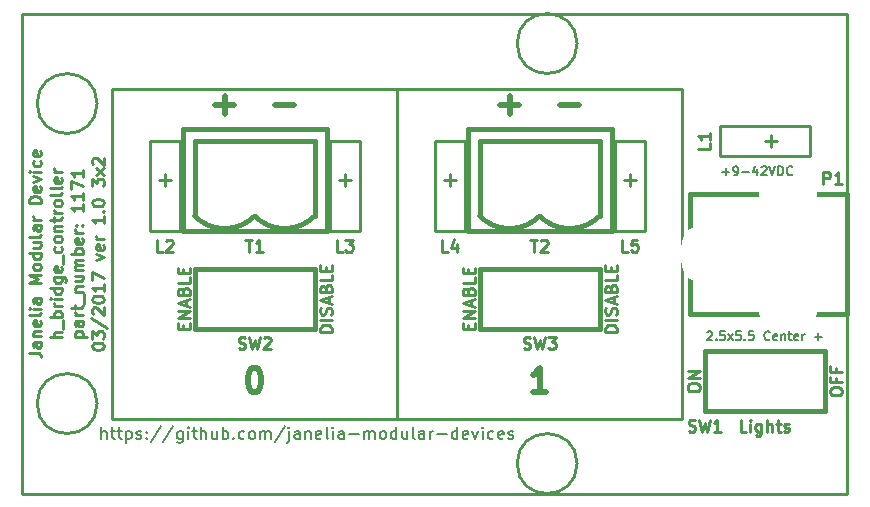
<source format=gto>
G04 #@! TF.GenerationSoftware,KiCad,Pcbnew,no-vcs-found-6223534~58~ubuntu16.04.1*
G04 #@! TF.CreationDate,2017-03-08T14:08:53-05:00*
G04 #@! TF.ProjectId,h_bridge_controller_3x2,685F6272696467655F636F6E74726F6C,1.0*
G04 #@! TF.FileFunction,Legend,Top*
G04 #@! TF.FilePolarity,Positive*
%FSLAX46Y46*%
G04 Gerber Fmt 4.6, Leading zero omitted, Abs format (unit mm)*
G04 Created by KiCad (PCBNEW no-vcs-found-6223534~58~ubuntu16.04.1) date Wed Mar  8 14:08:53 2017*
%MOMM*%
%LPD*%
G01*
G04 APERTURE LIST*
%ADD10C,0.100000*%
%ADD11C,0.508000*%
%ADD12C,0.190500*%
%ADD13C,0.254000*%
%ADD14C,0.228600*%
%ADD15C,0.381000*%
%ADD16O,1.854200X2.540000*%
%ADD17R,1.854200X2.540000*%
%ADD18C,3.556000*%
%ADD19O,2.032000X1.524000*%
%ADD20O,1.524000X2.032000*%
%ADD21C,1.930400*%
%ADD22O,4.572000X3.556000*%
%ADD23O,4.064000X5.080000*%
%ADD24O,5.080000X3.556000*%
%ADD25O,1.651000X2.159000*%
%ADD26C,2.540000*%
G04 APERTURE END LIST*
D10*
D11*
X131305904Y-76345142D02*
X132854095Y-76345142D01*
X107175904Y-76345142D02*
X108724095Y-76345142D01*
X126225904Y-76345142D02*
X127774095Y-76345142D01*
X127000000Y-77119238D02*
X127000000Y-75571047D01*
X102095904Y-76345142D02*
X103644095Y-76345142D01*
X102870000Y-77119238D02*
X102870000Y-75571047D01*
X130120571Y-100614238D02*
X128959428Y-100614238D01*
X129540000Y-100614238D02*
X129540000Y-98582238D01*
X129346476Y-98872523D01*
X129152952Y-99066047D01*
X128959428Y-99162809D01*
X105313238Y-98582238D02*
X105506761Y-98582238D01*
X105700285Y-98679000D01*
X105797047Y-98775761D01*
X105893809Y-98969285D01*
X105990571Y-99356333D01*
X105990571Y-99840142D01*
X105893809Y-100227190D01*
X105797047Y-100420714D01*
X105700285Y-100517476D01*
X105506761Y-100614238D01*
X105313238Y-100614238D01*
X105119714Y-100517476D01*
X105022952Y-100420714D01*
X104926190Y-100227190D01*
X104829428Y-99840142D01*
X104829428Y-99356333D01*
X104926190Y-98969285D01*
X105022952Y-98775761D01*
X105119714Y-98679000D01*
X105313238Y-98582238D01*
D12*
X145015857Y-81969428D02*
X145596428Y-81969428D01*
X145306142Y-82259714D02*
X145306142Y-81679142D01*
X145995571Y-82259714D02*
X146140714Y-82259714D01*
X146213285Y-82223428D01*
X146249571Y-82187142D01*
X146322142Y-82078285D01*
X146358428Y-81933142D01*
X146358428Y-81642857D01*
X146322142Y-81570285D01*
X146285857Y-81534000D01*
X146213285Y-81497714D01*
X146068142Y-81497714D01*
X145995571Y-81534000D01*
X145959285Y-81570285D01*
X145923000Y-81642857D01*
X145923000Y-81824285D01*
X145959285Y-81896857D01*
X145995571Y-81933142D01*
X146068142Y-81969428D01*
X146213285Y-81969428D01*
X146285857Y-81933142D01*
X146322142Y-81896857D01*
X146358428Y-81824285D01*
X146685000Y-81969428D02*
X147265571Y-81969428D01*
X147955000Y-81751714D02*
X147955000Y-82259714D01*
X147773571Y-81461428D02*
X147592142Y-82005714D01*
X148063857Y-82005714D01*
X148317857Y-81570285D02*
X148354142Y-81534000D01*
X148426714Y-81497714D01*
X148608142Y-81497714D01*
X148680714Y-81534000D01*
X148717000Y-81570285D01*
X148753285Y-81642857D01*
X148753285Y-81715428D01*
X148717000Y-81824285D01*
X148281571Y-82259714D01*
X148753285Y-82259714D01*
X148971000Y-81497714D02*
X149225000Y-82259714D01*
X149479000Y-81497714D01*
X149733000Y-82259714D02*
X149733000Y-81497714D01*
X149914428Y-81497714D01*
X150023285Y-81534000D01*
X150095857Y-81606571D01*
X150132142Y-81679142D01*
X150168428Y-81824285D01*
X150168428Y-81933142D01*
X150132142Y-82078285D01*
X150095857Y-82150857D01*
X150023285Y-82223428D01*
X149914428Y-82259714D01*
X149733000Y-82259714D01*
X150930428Y-82187142D02*
X150894142Y-82223428D01*
X150785285Y-82259714D01*
X150712714Y-82259714D01*
X150603857Y-82223428D01*
X150531285Y-82150857D01*
X150495000Y-82078285D01*
X150458714Y-81933142D01*
X150458714Y-81824285D01*
X150495000Y-81679142D01*
X150531285Y-81606571D01*
X150603857Y-81534000D01*
X150712714Y-81497714D01*
X150785285Y-81497714D01*
X150894142Y-81534000D01*
X150930428Y-81570285D01*
X143727714Y-95540285D02*
X143764000Y-95504000D01*
X143836571Y-95467714D01*
X144018000Y-95467714D01*
X144090571Y-95504000D01*
X144126857Y-95540285D01*
X144163142Y-95612857D01*
X144163142Y-95685428D01*
X144126857Y-95794285D01*
X143691428Y-96229714D01*
X144163142Y-96229714D01*
X144489714Y-96157142D02*
X144526000Y-96193428D01*
X144489714Y-96229714D01*
X144453428Y-96193428D01*
X144489714Y-96157142D01*
X144489714Y-96229714D01*
X145215428Y-95467714D02*
X144852571Y-95467714D01*
X144816285Y-95830571D01*
X144852571Y-95794285D01*
X144925142Y-95758000D01*
X145106571Y-95758000D01*
X145179142Y-95794285D01*
X145215428Y-95830571D01*
X145251714Y-95903142D01*
X145251714Y-96084571D01*
X145215428Y-96157142D01*
X145179142Y-96193428D01*
X145106571Y-96229714D01*
X144925142Y-96229714D01*
X144852571Y-96193428D01*
X144816285Y-96157142D01*
X145505714Y-96229714D02*
X145904857Y-95721714D01*
X145505714Y-95721714D02*
X145904857Y-96229714D01*
X146558000Y-95467714D02*
X146195142Y-95467714D01*
X146158857Y-95830571D01*
X146195142Y-95794285D01*
X146267714Y-95758000D01*
X146449142Y-95758000D01*
X146521714Y-95794285D01*
X146558000Y-95830571D01*
X146594285Y-95903142D01*
X146594285Y-96084571D01*
X146558000Y-96157142D01*
X146521714Y-96193428D01*
X146449142Y-96229714D01*
X146267714Y-96229714D01*
X146195142Y-96193428D01*
X146158857Y-96157142D01*
X146920857Y-96157142D02*
X146957142Y-96193428D01*
X146920857Y-96229714D01*
X146884571Y-96193428D01*
X146920857Y-96157142D01*
X146920857Y-96229714D01*
X147646571Y-95467714D02*
X147283714Y-95467714D01*
X147247428Y-95830571D01*
X147283714Y-95794285D01*
X147356285Y-95758000D01*
X147537714Y-95758000D01*
X147610285Y-95794285D01*
X147646571Y-95830571D01*
X147682857Y-95903142D01*
X147682857Y-96084571D01*
X147646571Y-96157142D01*
X147610285Y-96193428D01*
X147537714Y-96229714D01*
X147356285Y-96229714D01*
X147283714Y-96193428D01*
X147247428Y-96157142D01*
X149025428Y-96157142D02*
X148989142Y-96193428D01*
X148880285Y-96229714D01*
X148807714Y-96229714D01*
X148698857Y-96193428D01*
X148626285Y-96120857D01*
X148590000Y-96048285D01*
X148553714Y-95903142D01*
X148553714Y-95794285D01*
X148590000Y-95649142D01*
X148626285Y-95576571D01*
X148698857Y-95504000D01*
X148807714Y-95467714D01*
X148880285Y-95467714D01*
X148989142Y-95504000D01*
X149025428Y-95540285D01*
X149642285Y-96193428D02*
X149569714Y-96229714D01*
X149424571Y-96229714D01*
X149352000Y-96193428D01*
X149315714Y-96120857D01*
X149315714Y-95830571D01*
X149352000Y-95758000D01*
X149424571Y-95721714D01*
X149569714Y-95721714D01*
X149642285Y-95758000D01*
X149678571Y-95830571D01*
X149678571Y-95903142D01*
X149315714Y-95975714D01*
X150005142Y-95721714D02*
X150005142Y-96229714D01*
X150005142Y-95794285D02*
X150041428Y-95758000D01*
X150114000Y-95721714D01*
X150222857Y-95721714D01*
X150295428Y-95758000D01*
X150331714Y-95830571D01*
X150331714Y-96229714D01*
X150585714Y-95721714D02*
X150876000Y-95721714D01*
X150694571Y-95467714D02*
X150694571Y-96120857D01*
X150730857Y-96193428D01*
X150803428Y-96229714D01*
X150876000Y-96229714D01*
X151420285Y-96193428D02*
X151347714Y-96229714D01*
X151202571Y-96229714D01*
X151130000Y-96193428D01*
X151093714Y-96120857D01*
X151093714Y-95830571D01*
X151130000Y-95758000D01*
X151202571Y-95721714D01*
X151347714Y-95721714D01*
X151420285Y-95758000D01*
X151456571Y-95830571D01*
X151456571Y-95903142D01*
X151093714Y-95975714D01*
X151783142Y-96229714D02*
X151783142Y-95721714D01*
X151783142Y-95866857D02*
X151819428Y-95794285D01*
X151855714Y-95758000D01*
X151928285Y-95721714D01*
X152000857Y-95721714D01*
X152835428Y-95939428D02*
X153416000Y-95939428D01*
X153125714Y-96229714D02*
X153125714Y-95649142D01*
D13*
X147041809Y-103964619D02*
X146558000Y-103964619D01*
X146558000Y-102948619D01*
X147380476Y-103964619D02*
X147380476Y-103287285D01*
X147380476Y-102948619D02*
X147332095Y-102997000D01*
X147380476Y-103045380D01*
X147428857Y-102997000D01*
X147380476Y-102948619D01*
X147380476Y-103045380D01*
X148299714Y-103287285D02*
X148299714Y-104109761D01*
X148251333Y-104206523D01*
X148202952Y-104254904D01*
X148106190Y-104303285D01*
X147961047Y-104303285D01*
X147864285Y-104254904D01*
X148299714Y-103916238D02*
X148202952Y-103964619D01*
X148009428Y-103964619D01*
X147912666Y-103916238D01*
X147864285Y-103867857D01*
X147815904Y-103771095D01*
X147815904Y-103480809D01*
X147864285Y-103384047D01*
X147912666Y-103335666D01*
X148009428Y-103287285D01*
X148202952Y-103287285D01*
X148299714Y-103335666D01*
X148783523Y-103964619D02*
X148783523Y-102948619D01*
X149218952Y-103964619D02*
X149218952Y-103432428D01*
X149170571Y-103335666D01*
X149073809Y-103287285D01*
X148928666Y-103287285D01*
X148831904Y-103335666D01*
X148783523Y-103384047D01*
X149557619Y-103287285D02*
X149944666Y-103287285D01*
X149702761Y-102948619D02*
X149702761Y-103819476D01*
X149751142Y-103916238D01*
X149847904Y-103964619D01*
X149944666Y-103964619D01*
X150234952Y-103916238D02*
X150331714Y-103964619D01*
X150525238Y-103964619D01*
X150622000Y-103916238D01*
X150670380Y-103819476D01*
X150670380Y-103771095D01*
X150622000Y-103674333D01*
X150525238Y-103625952D01*
X150380095Y-103625952D01*
X150283333Y-103577571D01*
X150234952Y-103480809D01*
X150234952Y-103432428D01*
X150283333Y-103335666D01*
X150380095Y-103287285D01*
X150525238Y-103287285D01*
X150622000Y-103335666D01*
D14*
X141605000Y-74930000D02*
X141605000Y-102870000D01*
X93345000Y-74930000D02*
X141605000Y-74930000D01*
X93345000Y-74930000D02*
X93345000Y-102870000D01*
X117475000Y-102870000D02*
X117475000Y-74930000D01*
X93345000Y-102870000D02*
X141605000Y-102870000D01*
X155575000Y-68580000D02*
X85725000Y-68580000D01*
X155575000Y-109220000D02*
X155575000Y-68580000D01*
X85725000Y-109220000D02*
X155575000Y-109220000D01*
X85725000Y-68580000D02*
X85725000Y-109220000D01*
D12*
X92437857Y-104599619D02*
X92437857Y-103583619D01*
X92873285Y-104599619D02*
X92873285Y-104067428D01*
X92824904Y-103970666D01*
X92728142Y-103922285D01*
X92583000Y-103922285D01*
X92486238Y-103970666D01*
X92437857Y-104019047D01*
X93211952Y-103922285D02*
X93599000Y-103922285D01*
X93357095Y-103583619D02*
X93357095Y-104454476D01*
X93405476Y-104551238D01*
X93502238Y-104599619D01*
X93599000Y-104599619D01*
X93792523Y-103922285D02*
X94179571Y-103922285D01*
X93937666Y-103583619D02*
X93937666Y-104454476D01*
X93986047Y-104551238D01*
X94082809Y-104599619D01*
X94179571Y-104599619D01*
X94518238Y-103922285D02*
X94518238Y-104938285D01*
X94518238Y-103970666D02*
X94615000Y-103922285D01*
X94808523Y-103922285D01*
X94905285Y-103970666D01*
X94953666Y-104019047D01*
X95002047Y-104115809D01*
X95002047Y-104406095D01*
X94953666Y-104502857D01*
X94905285Y-104551238D01*
X94808523Y-104599619D01*
X94615000Y-104599619D01*
X94518238Y-104551238D01*
X95389095Y-104551238D02*
X95485857Y-104599619D01*
X95679380Y-104599619D01*
X95776142Y-104551238D01*
X95824523Y-104454476D01*
X95824523Y-104406095D01*
X95776142Y-104309333D01*
X95679380Y-104260952D01*
X95534238Y-104260952D01*
X95437476Y-104212571D01*
X95389095Y-104115809D01*
X95389095Y-104067428D01*
X95437476Y-103970666D01*
X95534238Y-103922285D01*
X95679380Y-103922285D01*
X95776142Y-103970666D01*
X96259952Y-104502857D02*
X96308333Y-104551238D01*
X96259952Y-104599619D01*
X96211571Y-104551238D01*
X96259952Y-104502857D01*
X96259952Y-104599619D01*
X96259952Y-103970666D02*
X96308333Y-104019047D01*
X96259952Y-104067428D01*
X96211571Y-104019047D01*
X96259952Y-103970666D01*
X96259952Y-104067428D01*
X97469476Y-103535238D02*
X96598619Y-104841523D01*
X98533857Y-103535238D02*
X97663000Y-104841523D01*
X99307952Y-103922285D02*
X99307952Y-104744761D01*
X99259571Y-104841523D01*
X99211190Y-104889904D01*
X99114428Y-104938285D01*
X98969285Y-104938285D01*
X98872523Y-104889904D01*
X99307952Y-104551238D02*
X99211190Y-104599619D01*
X99017666Y-104599619D01*
X98920904Y-104551238D01*
X98872523Y-104502857D01*
X98824142Y-104406095D01*
X98824142Y-104115809D01*
X98872523Y-104019047D01*
X98920904Y-103970666D01*
X99017666Y-103922285D01*
X99211190Y-103922285D01*
X99307952Y-103970666D01*
X99791761Y-104599619D02*
X99791761Y-103922285D01*
X99791761Y-103583619D02*
X99743380Y-103632000D01*
X99791761Y-103680380D01*
X99840142Y-103632000D01*
X99791761Y-103583619D01*
X99791761Y-103680380D01*
X100130428Y-103922285D02*
X100517476Y-103922285D01*
X100275571Y-103583619D02*
X100275571Y-104454476D01*
X100323952Y-104551238D01*
X100420714Y-104599619D01*
X100517476Y-104599619D01*
X100856142Y-104599619D02*
X100856142Y-103583619D01*
X101291571Y-104599619D02*
X101291571Y-104067428D01*
X101243190Y-103970666D01*
X101146428Y-103922285D01*
X101001285Y-103922285D01*
X100904523Y-103970666D01*
X100856142Y-104019047D01*
X102210809Y-103922285D02*
X102210809Y-104599619D01*
X101775380Y-103922285D02*
X101775380Y-104454476D01*
X101823761Y-104551238D01*
X101920523Y-104599619D01*
X102065666Y-104599619D01*
X102162428Y-104551238D01*
X102210809Y-104502857D01*
X102694619Y-104599619D02*
X102694619Y-103583619D01*
X102694619Y-103970666D02*
X102791380Y-103922285D01*
X102984904Y-103922285D01*
X103081666Y-103970666D01*
X103130047Y-104019047D01*
X103178428Y-104115809D01*
X103178428Y-104406095D01*
X103130047Y-104502857D01*
X103081666Y-104551238D01*
X102984904Y-104599619D01*
X102791380Y-104599619D01*
X102694619Y-104551238D01*
X103613857Y-104502857D02*
X103662238Y-104551238D01*
X103613857Y-104599619D01*
X103565476Y-104551238D01*
X103613857Y-104502857D01*
X103613857Y-104599619D01*
X104533095Y-104551238D02*
X104436333Y-104599619D01*
X104242809Y-104599619D01*
X104146047Y-104551238D01*
X104097666Y-104502857D01*
X104049285Y-104406095D01*
X104049285Y-104115809D01*
X104097666Y-104019047D01*
X104146047Y-103970666D01*
X104242809Y-103922285D01*
X104436333Y-103922285D01*
X104533095Y-103970666D01*
X105113666Y-104599619D02*
X105016904Y-104551238D01*
X104968523Y-104502857D01*
X104920142Y-104406095D01*
X104920142Y-104115809D01*
X104968523Y-104019047D01*
X105016904Y-103970666D01*
X105113666Y-103922285D01*
X105258809Y-103922285D01*
X105355571Y-103970666D01*
X105403952Y-104019047D01*
X105452333Y-104115809D01*
X105452333Y-104406095D01*
X105403952Y-104502857D01*
X105355571Y-104551238D01*
X105258809Y-104599619D01*
X105113666Y-104599619D01*
X105887761Y-104599619D02*
X105887761Y-103922285D01*
X105887761Y-104019047D02*
X105936142Y-103970666D01*
X106032904Y-103922285D01*
X106178047Y-103922285D01*
X106274809Y-103970666D01*
X106323190Y-104067428D01*
X106323190Y-104599619D01*
X106323190Y-104067428D02*
X106371571Y-103970666D01*
X106468333Y-103922285D01*
X106613476Y-103922285D01*
X106710238Y-103970666D01*
X106758619Y-104067428D01*
X106758619Y-104599619D01*
X107968142Y-103535238D02*
X107097285Y-104841523D01*
X108306809Y-103922285D02*
X108306809Y-104793142D01*
X108258428Y-104889904D01*
X108161666Y-104938285D01*
X108113285Y-104938285D01*
X108306809Y-103583619D02*
X108258428Y-103632000D01*
X108306809Y-103680380D01*
X108355190Y-103632000D01*
X108306809Y-103583619D01*
X108306809Y-103680380D01*
X109226047Y-104599619D02*
X109226047Y-104067428D01*
X109177666Y-103970666D01*
X109080904Y-103922285D01*
X108887380Y-103922285D01*
X108790619Y-103970666D01*
X109226047Y-104551238D02*
X109129285Y-104599619D01*
X108887380Y-104599619D01*
X108790619Y-104551238D01*
X108742238Y-104454476D01*
X108742238Y-104357714D01*
X108790619Y-104260952D01*
X108887380Y-104212571D01*
X109129285Y-104212571D01*
X109226047Y-104164190D01*
X109709857Y-103922285D02*
X109709857Y-104599619D01*
X109709857Y-104019047D02*
X109758238Y-103970666D01*
X109855000Y-103922285D01*
X110000142Y-103922285D01*
X110096904Y-103970666D01*
X110145285Y-104067428D01*
X110145285Y-104599619D01*
X111016142Y-104551238D02*
X110919380Y-104599619D01*
X110725857Y-104599619D01*
X110629095Y-104551238D01*
X110580714Y-104454476D01*
X110580714Y-104067428D01*
X110629095Y-103970666D01*
X110725857Y-103922285D01*
X110919380Y-103922285D01*
X111016142Y-103970666D01*
X111064523Y-104067428D01*
X111064523Y-104164190D01*
X110580714Y-104260952D01*
X111645095Y-104599619D02*
X111548333Y-104551238D01*
X111499952Y-104454476D01*
X111499952Y-103583619D01*
X112032142Y-104599619D02*
X112032142Y-103922285D01*
X112032142Y-103583619D02*
X111983761Y-103632000D01*
X112032142Y-103680380D01*
X112080523Y-103632000D01*
X112032142Y-103583619D01*
X112032142Y-103680380D01*
X112951380Y-104599619D02*
X112951380Y-104067428D01*
X112903000Y-103970666D01*
X112806238Y-103922285D01*
X112612714Y-103922285D01*
X112515952Y-103970666D01*
X112951380Y-104551238D02*
X112854619Y-104599619D01*
X112612714Y-104599619D01*
X112515952Y-104551238D01*
X112467571Y-104454476D01*
X112467571Y-104357714D01*
X112515952Y-104260952D01*
X112612714Y-104212571D01*
X112854619Y-104212571D01*
X112951380Y-104164190D01*
X113435190Y-104212571D02*
X114209285Y-104212571D01*
X114693095Y-104599619D02*
X114693095Y-103922285D01*
X114693095Y-104019047D02*
X114741476Y-103970666D01*
X114838238Y-103922285D01*
X114983380Y-103922285D01*
X115080142Y-103970666D01*
X115128523Y-104067428D01*
X115128523Y-104599619D01*
X115128523Y-104067428D02*
X115176904Y-103970666D01*
X115273666Y-103922285D01*
X115418809Y-103922285D01*
X115515571Y-103970666D01*
X115563952Y-104067428D01*
X115563952Y-104599619D01*
X116192904Y-104599619D02*
X116096142Y-104551238D01*
X116047761Y-104502857D01*
X115999380Y-104406095D01*
X115999380Y-104115809D01*
X116047761Y-104019047D01*
X116096142Y-103970666D01*
X116192904Y-103922285D01*
X116338047Y-103922285D01*
X116434809Y-103970666D01*
X116483190Y-104019047D01*
X116531571Y-104115809D01*
X116531571Y-104406095D01*
X116483190Y-104502857D01*
X116434809Y-104551238D01*
X116338047Y-104599619D01*
X116192904Y-104599619D01*
X117402428Y-104599619D02*
X117402428Y-103583619D01*
X117402428Y-104551238D02*
X117305666Y-104599619D01*
X117112142Y-104599619D01*
X117015380Y-104551238D01*
X116967000Y-104502857D01*
X116918619Y-104406095D01*
X116918619Y-104115809D01*
X116967000Y-104019047D01*
X117015380Y-103970666D01*
X117112142Y-103922285D01*
X117305666Y-103922285D01*
X117402428Y-103970666D01*
X118321666Y-103922285D02*
X118321666Y-104599619D01*
X117886238Y-103922285D02*
X117886238Y-104454476D01*
X117934619Y-104551238D01*
X118031380Y-104599619D01*
X118176523Y-104599619D01*
X118273285Y-104551238D01*
X118321666Y-104502857D01*
X118950619Y-104599619D02*
X118853857Y-104551238D01*
X118805476Y-104454476D01*
X118805476Y-103583619D01*
X119773095Y-104599619D02*
X119773095Y-104067428D01*
X119724714Y-103970666D01*
X119627952Y-103922285D01*
X119434428Y-103922285D01*
X119337666Y-103970666D01*
X119773095Y-104551238D02*
X119676333Y-104599619D01*
X119434428Y-104599619D01*
X119337666Y-104551238D01*
X119289285Y-104454476D01*
X119289285Y-104357714D01*
X119337666Y-104260952D01*
X119434428Y-104212571D01*
X119676333Y-104212571D01*
X119773095Y-104164190D01*
X120256904Y-104599619D02*
X120256904Y-103922285D01*
X120256904Y-104115809D02*
X120305285Y-104019047D01*
X120353666Y-103970666D01*
X120450428Y-103922285D01*
X120547190Y-103922285D01*
X120885857Y-104212571D02*
X121659952Y-104212571D01*
X122579190Y-104599619D02*
X122579190Y-103583619D01*
X122579190Y-104551238D02*
X122482428Y-104599619D01*
X122288904Y-104599619D01*
X122192142Y-104551238D01*
X122143761Y-104502857D01*
X122095380Y-104406095D01*
X122095380Y-104115809D01*
X122143761Y-104019047D01*
X122192142Y-103970666D01*
X122288904Y-103922285D01*
X122482428Y-103922285D01*
X122579190Y-103970666D01*
X123450047Y-104551238D02*
X123353285Y-104599619D01*
X123159761Y-104599619D01*
X123063000Y-104551238D01*
X123014619Y-104454476D01*
X123014619Y-104067428D01*
X123063000Y-103970666D01*
X123159761Y-103922285D01*
X123353285Y-103922285D01*
X123450047Y-103970666D01*
X123498428Y-104067428D01*
X123498428Y-104164190D01*
X123014619Y-104260952D01*
X123837095Y-103922285D02*
X124079000Y-104599619D01*
X124320904Y-103922285D01*
X124707952Y-104599619D02*
X124707952Y-103922285D01*
X124707952Y-103583619D02*
X124659571Y-103632000D01*
X124707952Y-103680380D01*
X124756333Y-103632000D01*
X124707952Y-103583619D01*
X124707952Y-103680380D01*
X125627190Y-104551238D02*
X125530428Y-104599619D01*
X125336904Y-104599619D01*
X125240142Y-104551238D01*
X125191761Y-104502857D01*
X125143380Y-104406095D01*
X125143380Y-104115809D01*
X125191761Y-104019047D01*
X125240142Y-103970666D01*
X125336904Y-103922285D01*
X125530428Y-103922285D01*
X125627190Y-103970666D01*
X126449666Y-104551238D02*
X126352904Y-104599619D01*
X126159380Y-104599619D01*
X126062619Y-104551238D01*
X126014238Y-104454476D01*
X126014238Y-104067428D01*
X126062619Y-103970666D01*
X126159380Y-103922285D01*
X126352904Y-103922285D01*
X126449666Y-103970666D01*
X126498047Y-104067428D01*
X126498047Y-104164190D01*
X126014238Y-104260952D01*
X126885095Y-104551238D02*
X126981857Y-104599619D01*
X127175380Y-104599619D01*
X127272142Y-104551238D01*
X127320523Y-104454476D01*
X127320523Y-104406095D01*
X127272142Y-104309333D01*
X127175380Y-104260952D01*
X127030238Y-104260952D01*
X126933476Y-104212571D01*
X126885095Y-104115809D01*
X126885095Y-104067428D01*
X126933476Y-103970666D01*
X127030238Y-103922285D01*
X127175380Y-103922285D01*
X127272142Y-103970666D01*
D13*
X86311619Y-97294095D02*
X87037333Y-97294095D01*
X87182476Y-97342476D01*
X87279238Y-97439238D01*
X87327619Y-97584380D01*
X87327619Y-97681142D01*
X87327619Y-96374857D02*
X86795428Y-96374857D01*
X86698666Y-96423238D01*
X86650285Y-96520000D01*
X86650285Y-96713523D01*
X86698666Y-96810285D01*
X87279238Y-96374857D02*
X87327619Y-96471619D01*
X87327619Y-96713523D01*
X87279238Y-96810285D01*
X87182476Y-96858666D01*
X87085714Y-96858666D01*
X86988952Y-96810285D01*
X86940571Y-96713523D01*
X86940571Y-96471619D01*
X86892190Y-96374857D01*
X86650285Y-95891047D02*
X87327619Y-95891047D01*
X86747047Y-95891047D02*
X86698666Y-95842666D01*
X86650285Y-95745904D01*
X86650285Y-95600761D01*
X86698666Y-95504000D01*
X86795428Y-95455619D01*
X87327619Y-95455619D01*
X87279238Y-94584761D02*
X87327619Y-94681523D01*
X87327619Y-94875047D01*
X87279238Y-94971809D01*
X87182476Y-95020190D01*
X86795428Y-95020190D01*
X86698666Y-94971809D01*
X86650285Y-94875047D01*
X86650285Y-94681523D01*
X86698666Y-94584761D01*
X86795428Y-94536380D01*
X86892190Y-94536380D01*
X86988952Y-95020190D01*
X87327619Y-93955809D02*
X87279238Y-94052571D01*
X87182476Y-94100952D01*
X86311619Y-94100952D01*
X87327619Y-93568761D02*
X86650285Y-93568761D01*
X86311619Y-93568761D02*
X86360000Y-93617142D01*
X86408380Y-93568761D01*
X86360000Y-93520380D01*
X86311619Y-93568761D01*
X86408380Y-93568761D01*
X87327619Y-92649523D02*
X86795428Y-92649523D01*
X86698666Y-92697904D01*
X86650285Y-92794666D01*
X86650285Y-92988190D01*
X86698666Y-93084952D01*
X87279238Y-92649523D02*
X87327619Y-92746285D01*
X87327619Y-92988190D01*
X87279238Y-93084952D01*
X87182476Y-93133333D01*
X87085714Y-93133333D01*
X86988952Y-93084952D01*
X86940571Y-92988190D01*
X86940571Y-92746285D01*
X86892190Y-92649523D01*
X87327619Y-91391619D02*
X86311619Y-91391619D01*
X87037333Y-91052952D01*
X86311619Y-90714285D01*
X87327619Y-90714285D01*
X87327619Y-90085333D02*
X87279238Y-90182095D01*
X87230857Y-90230476D01*
X87134095Y-90278857D01*
X86843809Y-90278857D01*
X86747047Y-90230476D01*
X86698666Y-90182095D01*
X86650285Y-90085333D01*
X86650285Y-89940190D01*
X86698666Y-89843428D01*
X86747047Y-89795047D01*
X86843809Y-89746666D01*
X87134095Y-89746666D01*
X87230857Y-89795047D01*
X87279238Y-89843428D01*
X87327619Y-89940190D01*
X87327619Y-90085333D01*
X87327619Y-88875809D02*
X86311619Y-88875809D01*
X87279238Y-88875809D02*
X87327619Y-88972571D01*
X87327619Y-89166095D01*
X87279238Y-89262857D01*
X87230857Y-89311238D01*
X87134095Y-89359619D01*
X86843809Y-89359619D01*
X86747047Y-89311238D01*
X86698666Y-89262857D01*
X86650285Y-89166095D01*
X86650285Y-88972571D01*
X86698666Y-88875809D01*
X86650285Y-87956571D02*
X87327619Y-87956571D01*
X86650285Y-88392000D02*
X87182476Y-88392000D01*
X87279238Y-88343619D01*
X87327619Y-88246857D01*
X87327619Y-88101714D01*
X87279238Y-88004952D01*
X87230857Y-87956571D01*
X87327619Y-87327619D02*
X87279238Y-87424380D01*
X87182476Y-87472761D01*
X86311619Y-87472761D01*
X87327619Y-86505142D02*
X86795428Y-86505142D01*
X86698666Y-86553523D01*
X86650285Y-86650285D01*
X86650285Y-86843809D01*
X86698666Y-86940571D01*
X87279238Y-86505142D02*
X87327619Y-86601904D01*
X87327619Y-86843809D01*
X87279238Y-86940571D01*
X87182476Y-86988952D01*
X87085714Y-86988952D01*
X86988952Y-86940571D01*
X86940571Y-86843809D01*
X86940571Y-86601904D01*
X86892190Y-86505142D01*
X87327619Y-86021333D02*
X86650285Y-86021333D01*
X86843809Y-86021333D02*
X86747047Y-85972952D01*
X86698666Y-85924571D01*
X86650285Y-85827809D01*
X86650285Y-85731047D01*
X87327619Y-84618285D02*
X86311619Y-84618285D01*
X86311619Y-84376380D01*
X86360000Y-84231238D01*
X86456761Y-84134476D01*
X86553523Y-84086095D01*
X86747047Y-84037714D01*
X86892190Y-84037714D01*
X87085714Y-84086095D01*
X87182476Y-84134476D01*
X87279238Y-84231238D01*
X87327619Y-84376380D01*
X87327619Y-84618285D01*
X87279238Y-83215238D02*
X87327619Y-83312000D01*
X87327619Y-83505523D01*
X87279238Y-83602285D01*
X87182476Y-83650666D01*
X86795428Y-83650666D01*
X86698666Y-83602285D01*
X86650285Y-83505523D01*
X86650285Y-83312000D01*
X86698666Y-83215238D01*
X86795428Y-83166857D01*
X86892190Y-83166857D01*
X86988952Y-83650666D01*
X86650285Y-82828190D02*
X87327619Y-82586285D01*
X86650285Y-82344380D01*
X87327619Y-81957333D02*
X86650285Y-81957333D01*
X86311619Y-81957333D02*
X86360000Y-82005714D01*
X86408380Y-81957333D01*
X86360000Y-81908952D01*
X86311619Y-81957333D01*
X86408380Y-81957333D01*
X87279238Y-81038095D02*
X87327619Y-81134857D01*
X87327619Y-81328380D01*
X87279238Y-81425142D01*
X87230857Y-81473523D01*
X87134095Y-81521904D01*
X86843809Y-81521904D01*
X86747047Y-81473523D01*
X86698666Y-81425142D01*
X86650285Y-81328380D01*
X86650285Y-81134857D01*
X86698666Y-81038095D01*
X87279238Y-80215619D02*
X87327619Y-80312380D01*
X87327619Y-80505904D01*
X87279238Y-80602666D01*
X87182476Y-80651047D01*
X86795428Y-80651047D01*
X86698666Y-80602666D01*
X86650285Y-80505904D01*
X86650285Y-80312380D01*
X86698666Y-80215619D01*
X86795428Y-80167238D01*
X86892190Y-80167238D01*
X86988952Y-80651047D01*
X89105619Y-95963619D02*
X88089619Y-95963619D01*
X89105619Y-95528190D02*
X88573428Y-95528190D01*
X88476666Y-95576571D01*
X88428285Y-95673333D01*
X88428285Y-95818476D01*
X88476666Y-95915238D01*
X88525047Y-95963619D01*
X89202380Y-95286285D02*
X89202380Y-94512190D01*
X89105619Y-94270285D02*
X88089619Y-94270285D01*
X88476666Y-94270285D02*
X88428285Y-94173523D01*
X88428285Y-93980000D01*
X88476666Y-93883238D01*
X88525047Y-93834857D01*
X88621809Y-93786476D01*
X88912095Y-93786476D01*
X89008857Y-93834857D01*
X89057238Y-93883238D01*
X89105619Y-93980000D01*
X89105619Y-94173523D01*
X89057238Y-94270285D01*
X89105619Y-93351047D02*
X88428285Y-93351047D01*
X88621809Y-93351047D02*
X88525047Y-93302666D01*
X88476666Y-93254285D01*
X88428285Y-93157523D01*
X88428285Y-93060761D01*
X89105619Y-92722095D02*
X88428285Y-92722095D01*
X88089619Y-92722095D02*
X88138000Y-92770476D01*
X88186380Y-92722095D01*
X88138000Y-92673714D01*
X88089619Y-92722095D01*
X88186380Y-92722095D01*
X89105619Y-91802857D02*
X88089619Y-91802857D01*
X89057238Y-91802857D02*
X89105619Y-91899619D01*
X89105619Y-92093142D01*
X89057238Y-92189904D01*
X89008857Y-92238285D01*
X88912095Y-92286666D01*
X88621809Y-92286666D01*
X88525047Y-92238285D01*
X88476666Y-92189904D01*
X88428285Y-92093142D01*
X88428285Y-91899619D01*
X88476666Y-91802857D01*
X88428285Y-90883619D02*
X89250761Y-90883619D01*
X89347523Y-90932000D01*
X89395904Y-90980380D01*
X89444285Y-91077142D01*
X89444285Y-91222285D01*
X89395904Y-91319047D01*
X89057238Y-90883619D02*
X89105619Y-90980380D01*
X89105619Y-91173904D01*
X89057238Y-91270666D01*
X89008857Y-91319047D01*
X88912095Y-91367428D01*
X88621809Y-91367428D01*
X88525047Y-91319047D01*
X88476666Y-91270666D01*
X88428285Y-91173904D01*
X88428285Y-90980380D01*
X88476666Y-90883619D01*
X89057238Y-90012761D02*
X89105619Y-90109523D01*
X89105619Y-90303047D01*
X89057238Y-90399809D01*
X88960476Y-90448190D01*
X88573428Y-90448190D01*
X88476666Y-90399809D01*
X88428285Y-90303047D01*
X88428285Y-90109523D01*
X88476666Y-90012761D01*
X88573428Y-89964380D01*
X88670190Y-89964380D01*
X88766952Y-90448190D01*
X89202380Y-89770857D02*
X89202380Y-88996761D01*
X89057238Y-88319428D02*
X89105619Y-88416190D01*
X89105619Y-88609714D01*
X89057238Y-88706476D01*
X89008857Y-88754857D01*
X88912095Y-88803238D01*
X88621809Y-88803238D01*
X88525047Y-88754857D01*
X88476666Y-88706476D01*
X88428285Y-88609714D01*
X88428285Y-88416190D01*
X88476666Y-88319428D01*
X89105619Y-87738857D02*
X89057238Y-87835619D01*
X89008857Y-87884000D01*
X88912095Y-87932380D01*
X88621809Y-87932380D01*
X88525047Y-87884000D01*
X88476666Y-87835619D01*
X88428285Y-87738857D01*
X88428285Y-87593714D01*
X88476666Y-87496952D01*
X88525047Y-87448571D01*
X88621809Y-87400190D01*
X88912095Y-87400190D01*
X89008857Y-87448571D01*
X89057238Y-87496952D01*
X89105619Y-87593714D01*
X89105619Y-87738857D01*
X88428285Y-86964761D02*
X89105619Y-86964761D01*
X88525047Y-86964761D02*
X88476666Y-86916380D01*
X88428285Y-86819619D01*
X88428285Y-86674476D01*
X88476666Y-86577714D01*
X88573428Y-86529333D01*
X89105619Y-86529333D01*
X88428285Y-86190666D02*
X88428285Y-85803619D01*
X88089619Y-86045523D02*
X88960476Y-86045523D01*
X89057238Y-85997142D01*
X89105619Y-85900380D01*
X89105619Y-85803619D01*
X89105619Y-85464952D02*
X88428285Y-85464952D01*
X88621809Y-85464952D02*
X88525047Y-85416571D01*
X88476666Y-85368190D01*
X88428285Y-85271428D01*
X88428285Y-85174666D01*
X89105619Y-84690857D02*
X89057238Y-84787619D01*
X89008857Y-84836000D01*
X88912095Y-84884380D01*
X88621809Y-84884380D01*
X88525047Y-84836000D01*
X88476666Y-84787619D01*
X88428285Y-84690857D01*
X88428285Y-84545714D01*
X88476666Y-84448952D01*
X88525047Y-84400571D01*
X88621809Y-84352190D01*
X88912095Y-84352190D01*
X89008857Y-84400571D01*
X89057238Y-84448952D01*
X89105619Y-84545714D01*
X89105619Y-84690857D01*
X89105619Y-83771619D02*
X89057238Y-83868380D01*
X88960476Y-83916761D01*
X88089619Y-83916761D01*
X89105619Y-83239428D02*
X89057238Y-83336190D01*
X88960476Y-83384571D01*
X88089619Y-83384571D01*
X89057238Y-82465333D02*
X89105619Y-82562095D01*
X89105619Y-82755619D01*
X89057238Y-82852380D01*
X88960476Y-82900761D01*
X88573428Y-82900761D01*
X88476666Y-82852380D01*
X88428285Y-82755619D01*
X88428285Y-82562095D01*
X88476666Y-82465333D01*
X88573428Y-82416952D01*
X88670190Y-82416952D01*
X88766952Y-82900761D01*
X89105619Y-81981523D02*
X88428285Y-81981523D01*
X88621809Y-81981523D02*
X88525047Y-81933142D01*
X88476666Y-81884761D01*
X88428285Y-81788000D01*
X88428285Y-81691238D01*
X90206285Y-95939428D02*
X91222285Y-95939428D01*
X90254666Y-95939428D02*
X90206285Y-95842666D01*
X90206285Y-95649142D01*
X90254666Y-95552380D01*
X90303047Y-95504000D01*
X90399809Y-95455619D01*
X90690095Y-95455619D01*
X90786857Y-95504000D01*
X90835238Y-95552380D01*
X90883619Y-95649142D01*
X90883619Y-95842666D01*
X90835238Y-95939428D01*
X90883619Y-94584761D02*
X90351428Y-94584761D01*
X90254666Y-94633142D01*
X90206285Y-94729904D01*
X90206285Y-94923428D01*
X90254666Y-95020190D01*
X90835238Y-94584761D02*
X90883619Y-94681523D01*
X90883619Y-94923428D01*
X90835238Y-95020190D01*
X90738476Y-95068571D01*
X90641714Y-95068571D01*
X90544952Y-95020190D01*
X90496571Y-94923428D01*
X90496571Y-94681523D01*
X90448190Y-94584761D01*
X90883619Y-94100952D02*
X90206285Y-94100952D01*
X90399809Y-94100952D02*
X90303047Y-94052571D01*
X90254666Y-94004190D01*
X90206285Y-93907428D01*
X90206285Y-93810666D01*
X90206285Y-93617142D02*
X90206285Y-93230095D01*
X89867619Y-93472000D02*
X90738476Y-93472000D01*
X90835238Y-93423619D01*
X90883619Y-93326857D01*
X90883619Y-93230095D01*
X90980380Y-93133333D02*
X90980380Y-92359238D01*
X90206285Y-92117333D02*
X90883619Y-92117333D01*
X90303047Y-92117333D02*
X90254666Y-92068952D01*
X90206285Y-91972190D01*
X90206285Y-91827047D01*
X90254666Y-91730285D01*
X90351428Y-91681904D01*
X90883619Y-91681904D01*
X90206285Y-90762666D02*
X90883619Y-90762666D01*
X90206285Y-91198095D02*
X90738476Y-91198095D01*
X90835238Y-91149714D01*
X90883619Y-91052952D01*
X90883619Y-90907809D01*
X90835238Y-90811047D01*
X90786857Y-90762666D01*
X90883619Y-90278857D02*
X90206285Y-90278857D01*
X90303047Y-90278857D02*
X90254666Y-90230476D01*
X90206285Y-90133714D01*
X90206285Y-89988571D01*
X90254666Y-89891809D01*
X90351428Y-89843428D01*
X90883619Y-89843428D01*
X90351428Y-89843428D02*
X90254666Y-89795047D01*
X90206285Y-89698285D01*
X90206285Y-89553142D01*
X90254666Y-89456380D01*
X90351428Y-89408000D01*
X90883619Y-89408000D01*
X90883619Y-88924190D02*
X89867619Y-88924190D01*
X90254666Y-88924190D02*
X90206285Y-88827428D01*
X90206285Y-88633904D01*
X90254666Y-88537142D01*
X90303047Y-88488761D01*
X90399809Y-88440380D01*
X90690095Y-88440380D01*
X90786857Y-88488761D01*
X90835238Y-88537142D01*
X90883619Y-88633904D01*
X90883619Y-88827428D01*
X90835238Y-88924190D01*
X90835238Y-87617904D02*
X90883619Y-87714666D01*
X90883619Y-87908190D01*
X90835238Y-88004952D01*
X90738476Y-88053333D01*
X90351428Y-88053333D01*
X90254666Y-88004952D01*
X90206285Y-87908190D01*
X90206285Y-87714666D01*
X90254666Y-87617904D01*
X90351428Y-87569523D01*
X90448190Y-87569523D01*
X90544952Y-88053333D01*
X90883619Y-87134095D02*
X90206285Y-87134095D01*
X90399809Y-87134095D02*
X90303047Y-87085714D01*
X90254666Y-87037333D01*
X90206285Y-86940571D01*
X90206285Y-86843809D01*
X90786857Y-86505142D02*
X90835238Y-86456761D01*
X90883619Y-86505142D01*
X90835238Y-86553523D01*
X90786857Y-86505142D01*
X90883619Y-86505142D01*
X90254666Y-86505142D02*
X90303047Y-86456761D01*
X90351428Y-86505142D01*
X90303047Y-86553523D01*
X90254666Y-86505142D01*
X90351428Y-86505142D01*
X90883619Y-84715047D02*
X90883619Y-85295619D01*
X90883619Y-85005333D02*
X89867619Y-85005333D01*
X90012761Y-85102095D01*
X90109523Y-85198857D01*
X90157904Y-85295619D01*
X90883619Y-83747428D02*
X90883619Y-84328000D01*
X90883619Y-84037714D02*
X89867619Y-84037714D01*
X90012761Y-84134476D01*
X90109523Y-84231238D01*
X90157904Y-84328000D01*
X89867619Y-83408761D02*
X89867619Y-82731428D01*
X90883619Y-83166857D01*
X90883619Y-81812190D02*
X90883619Y-82392761D01*
X90883619Y-82102476D02*
X89867619Y-82102476D01*
X90012761Y-82199238D01*
X90109523Y-82295999D01*
X90157904Y-82392761D01*
X91645619Y-96786095D02*
X91645619Y-96689333D01*
X91694000Y-96592571D01*
X91742380Y-96544190D01*
X91839142Y-96495809D01*
X92032666Y-96447428D01*
X92274571Y-96447428D01*
X92468095Y-96495809D01*
X92564857Y-96544190D01*
X92613238Y-96592571D01*
X92661619Y-96689333D01*
X92661619Y-96786095D01*
X92613238Y-96882857D01*
X92564857Y-96931238D01*
X92468095Y-96979619D01*
X92274571Y-97028000D01*
X92032666Y-97028000D01*
X91839142Y-96979619D01*
X91742380Y-96931238D01*
X91694000Y-96882857D01*
X91645619Y-96786095D01*
X91645619Y-96108761D02*
X91645619Y-95479809D01*
X92032666Y-95818476D01*
X92032666Y-95673333D01*
X92081047Y-95576571D01*
X92129428Y-95528190D01*
X92226190Y-95479809D01*
X92468095Y-95479809D01*
X92564857Y-95528190D01*
X92613238Y-95576571D01*
X92661619Y-95673333D01*
X92661619Y-95963619D01*
X92613238Y-96060380D01*
X92564857Y-96108761D01*
X91597238Y-94318666D02*
X92903523Y-95189523D01*
X91742380Y-94028380D02*
X91694000Y-93980000D01*
X91645619Y-93883238D01*
X91645619Y-93641333D01*
X91694000Y-93544571D01*
X91742380Y-93496190D01*
X91839142Y-93447809D01*
X91935904Y-93447809D01*
X92081047Y-93496190D01*
X92661619Y-94076761D01*
X92661619Y-93447809D01*
X91645619Y-92818857D02*
X91645619Y-92722095D01*
X91694000Y-92625333D01*
X91742380Y-92576952D01*
X91839142Y-92528571D01*
X92032666Y-92480190D01*
X92274571Y-92480190D01*
X92468095Y-92528571D01*
X92564857Y-92576952D01*
X92613238Y-92625333D01*
X92661619Y-92722095D01*
X92661619Y-92818857D01*
X92613238Y-92915619D01*
X92564857Y-92964000D01*
X92468095Y-93012380D01*
X92274571Y-93060761D01*
X92032666Y-93060761D01*
X91839142Y-93012380D01*
X91742380Y-92964000D01*
X91694000Y-92915619D01*
X91645619Y-92818857D01*
X92661619Y-91512571D02*
X92661619Y-92093142D01*
X92661619Y-91802857D02*
X91645619Y-91802857D01*
X91790761Y-91899619D01*
X91887523Y-91996380D01*
X91935904Y-92093142D01*
X91645619Y-91173904D02*
X91645619Y-90496571D01*
X92661619Y-90932000D01*
X91984285Y-89432190D02*
X92661619Y-89190285D01*
X91984285Y-88948380D01*
X92613238Y-88174285D02*
X92661619Y-88271047D01*
X92661619Y-88464571D01*
X92613238Y-88561333D01*
X92516476Y-88609714D01*
X92129428Y-88609714D01*
X92032666Y-88561333D01*
X91984285Y-88464571D01*
X91984285Y-88271047D01*
X92032666Y-88174285D01*
X92129428Y-88125904D01*
X92226190Y-88125904D01*
X92322952Y-88609714D01*
X92661619Y-87690476D02*
X91984285Y-87690476D01*
X92177809Y-87690476D02*
X92081047Y-87642095D01*
X92032666Y-87593714D01*
X91984285Y-87496952D01*
X91984285Y-87400190D01*
X92661619Y-85755238D02*
X92661619Y-86335809D01*
X92661619Y-86045523D02*
X91645619Y-86045523D01*
X91790761Y-86142285D01*
X91887523Y-86239047D01*
X91935904Y-86335809D01*
X92564857Y-85319809D02*
X92613238Y-85271428D01*
X92661619Y-85319809D01*
X92613238Y-85368190D01*
X92564857Y-85319809D01*
X92661619Y-85319809D01*
X91645619Y-84642476D02*
X91645619Y-84545714D01*
X91694000Y-84448952D01*
X91742380Y-84400571D01*
X91839142Y-84352190D01*
X92032666Y-84303809D01*
X92274571Y-84303809D01*
X92468095Y-84352190D01*
X92564857Y-84400571D01*
X92613238Y-84448952D01*
X92661619Y-84545714D01*
X92661619Y-84642476D01*
X92613238Y-84739238D01*
X92564857Y-84787619D01*
X92468095Y-84836000D01*
X92274571Y-84884380D01*
X92032666Y-84884380D01*
X91839142Y-84836000D01*
X91742380Y-84787619D01*
X91694000Y-84739238D01*
X91645619Y-84642476D01*
X91645619Y-83191047D02*
X91645619Y-82562095D01*
X92032666Y-82900761D01*
X92032666Y-82755619D01*
X92081047Y-82658857D01*
X92129428Y-82610476D01*
X92226190Y-82562095D01*
X92468095Y-82562095D01*
X92564857Y-82610476D01*
X92613238Y-82658857D01*
X92661619Y-82755619D01*
X92661619Y-83045904D01*
X92613238Y-83142666D01*
X92564857Y-83191047D01*
X92661619Y-82223428D02*
X91984285Y-81691238D01*
X91984285Y-82223428D02*
X92661619Y-81691238D01*
X91742380Y-81352571D02*
X91694000Y-81304190D01*
X91645619Y-81207428D01*
X91645619Y-80965523D01*
X91694000Y-80868761D01*
X91742380Y-80820380D01*
X91839142Y-80772000D01*
X91935904Y-80772000D01*
X92081047Y-80820380D01*
X92661619Y-81400952D01*
X92661619Y-80772000D01*
D14*
X92075000Y-76200000D02*
G75*
G03X92075000Y-76200000I-2540000J0D01*
G01*
X92075000Y-101600000D02*
G75*
G03X92075000Y-101600000I-2540000J0D01*
G01*
X132715000Y-106680000D02*
G75*
G03X132715000Y-106680000I-2540000J0D01*
G01*
X132715000Y-71120000D02*
G75*
G03X132715000Y-71120000I-2540000J0D01*
G01*
X144780000Y-78105000D02*
X152400000Y-78105000D01*
X144780000Y-80645000D02*
X144780000Y-78105000D01*
X152400000Y-80645000D02*
X144780000Y-80645000D01*
X152400000Y-78105000D02*
X152400000Y-80645000D01*
X148590000Y-79375000D02*
X149606000Y-79375000D01*
X149098000Y-78867000D02*
X149098000Y-79883000D01*
X97282000Y-82677000D02*
X98298000Y-82677000D01*
X97790000Y-83185000D02*
X97790000Y-82169000D01*
X96520000Y-79375000D02*
X99060000Y-79375000D01*
X99060000Y-79375000D02*
X99060000Y-86995000D01*
X99060000Y-86995000D02*
X96520000Y-86995000D01*
X96520000Y-86995000D02*
X96520000Y-79375000D01*
X111760000Y-86995000D02*
X111760000Y-79375000D01*
X114300000Y-86995000D02*
X111760000Y-86995000D01*
X114300000Y-79375000D02*
X114300000Y-86995000D01*
X111760000Y-79375000D02*
X114300000Y-79375000D01*
X113030000Y-83185000D02*
X113030000Y-82169000D01*
X112522000Y-82677000D02*
X113538000Y-82677000D01*
X121412000Y-82677000D02*
X122428000Y-82677000D01*
X121920000Y-83185000D02*
X121920000Y-82169000D01*
X120650000Y-79375000D02*
X123190000Y-79375000D01*
X123190000Y-79375000D02*
X123190000Y-86995000D01*
X123190000Y-86995000D02*
X120650000Y-86995000D01*
X120650000Y-86995000D02*
X120650000Y-79375000D01*
D15*
X142240000Y-83820000D02*
X142240000Y-93980000D01*
X142240000Y-93980000D02*
X155575000Y-93980000D01*
X142240000Y-83820000D02*
X155575000Y-83820000D01*
X155575000Y-83820000D02*
X155575000Y-93980000D01*
X143510000Y-102235000D02*
X143510000Y-97155000D01*
X143510000Y-97155000D02*
X153670000Y-97155000D01*
X153670000Y-97155000D02*
X153670000Y-102235000D01*
X153670000Y-102235000D02*
X143510000Y-102235000D01*
X100330000Y-85725000D02*
X100330000Y-79375000D01*
X100330000Y-79375000D02*
X110490000Y-79375000D01*
X110490000Y-79375000D02*
X110490000Y-85725000D01*
X100330000Y-85725000D02*
G75*
G03X105410000Y-85725000I2540000J2540000D01*
G01*
X105410000Y-85725000D02*
G75*
G03X110490000Y-85725000I2540000J2540000D01*
G01*
X111506000Y-86995000D02*
X111506000Y-78384400D01*
X99314000Y-78384400D02*
X111506000Y-78384400D01*
X99314000Y-86995000D02*
X99314000Y-78384400D01*
X99314000Y-86995000D02*
X111506000Y-86995000D01*
X123444000Y-86995000D02*
X135636000Y-86995000D01*
X123444000Y-86995000D02*
X123444000Y-78384400D01*
X123444000Y-78384400D02*
X135636000Y-78384400D01*
X135636000Y-86995000D02*
X135636000Y-78384400D01*
X129540000Y-85725000D02*
G75*
G03X134620000Y-85725000I2540000J2540000D01*
G01*
X124460000Y-85725000D02*
G75*
G03X129540000Y-85725000I2540000J2540000D01*
G01*
X134620000Y-79375000D02*
X134620000Y-85725000D01*
X124460000Y-79375000D02*
X134620000Y-79375000D01*
X124460000Y-85725000D02*
X124460000Y-79375000D01*
D14*
X136652000Y-82677000D02*
X137668000Y-82677000D01*
X137160000Y-83185000D02*
X137160000Y-82169000D01*
X135890000Y-79375000D02*
X138430000Y-79375000D01*
X138430000Y-79375000D02*
X138430000Y-86995000D01*
X138430000Y-86995000D02*
X135890000Y-86995000D01*
X135890000Y-86995000D02*
X135890000Y-79375000D01*
D15*
X100330000Y-95250000D02*
X100330000Y-90170000D01*
X100330000Y-90170000D02*
X110490000Y-90170000D01*
X110490000Y-90170000D02*
X110490000Y-95250000D01*
X110490000Y-95250000D02*
X100330000Y-95250000D01*
X134620000Y-95250000D02*
X124460000Y-95250000D01*
X134620000Y-90170000D02*
X134620000Y-95250000D01*
X124460000Y-90170000D02*
X134620000Y-90170000D01*
X124460000Y-95250000D02*
X124460000Y-90170000D01*
D13*
X143969619Y-79544333D02*
X143969619Y-80028142D01*
X142953619Y-80028142D01*
X143969619Y-78673476D02*
X143969619Y-79254047D01*
X143969619Y-78963761D02*
X142953619Y-78963761D01*
X143098761Y-79060523D01*
X143195523Y-79157285D01*
X143243904Y-79254047D01*
X97620666Y-88724619D02*
X97136857Y-88724619D01*
X97136857Y-87708619D01*
X97910952Y-87805380D02*
X97959333Y-87757000D01*
X98056095Y-87708619D01*
X98298000Y-87708619D01*
X98394761Y-87757000D01*
X98443142Y-87805380D01*
X98491523Y-87902142D01*
X98491523Y-87998904D01*
X98443142Y-88144047D01*
X97862571Y-88724619D01*
X98491523Y-88724619D01*
X112860666Y-88724619D02*
X112376857Y-88724619D01*
X112376857Y-87708619D01*
X113102571Y-87708619D02*
X113731523Y-87708619D01*
X113392857Y-88095666D01*
X113538000Y-88095666D01*
X113634761Y-88144047D01*
X113683142Y-88192428D01*
X113731523Y-88289190D01*
X113731523Y-88531095D01*
X113683142Y-88627857D01*
X113634761Y-88676238D01*
X113538000Y-88724619D01*
X113247714Y-88724619D01*
X113150952Y-88676238D01*
X113102571Y-88627857D01*
X121750666Y-88724619D02*
X121266857Y-88724619D01*
X121266857Y-87708619D01*
X122524761Y-88047285D02*
X122524761Y-88724619D01*
X122282857Y-87660238D02*
X122040952Y-88385952D01*
X122669904Y-88385952D01*
X153555095Y-83009619D02*
X153555095Y-81993619D01*
X153942142Y-81993619D01*
X154038904Y-82042000D01*
X154087285Y-82090380D01*
X154135666Y-82187142D01*
X154135666Y-82332285D01*
X154087285Y-82429047D01*
X154038904Y-82477428D01*
X153942142Y-82525809D01*
X153555095Y-82525809D01*
X155103285Y-83009619D02*
X154522714Y-83009619D01*
X154813000Y-83009619D02*
X154813000Y-81993619D01*
X154716238Y-82138761D01*
X154619476Y-82235523D01*
X154522714Y-82283904D01*
X142155333Y-103916238D02*
X142300476Y-103964619D01*
X142542380Y-103964619D01*
X142639142Y-103916238D01*
X142687523Y-103867857D01*
X142735904Y-103771095D01*
X142735904Y-103674333D01*
X142687523Y-103577571D01*
X142639142Y-103529190D01*
X142542380Y-103480809D01*
X142348857Y-103432428D01*
X142252095Y-103384047D01*
X142203714Y-103335666D01*
X142155333Y-103238904D01*
X142155333Y-103142142D01*
X142203714Y-103045380D01*
X142252095Y-102997000D01*
X142348857Y-102948619D01*
X142590761Y-102948619D01*
X142735904Y-102997000D01*
X143074571Y-102948619D02*
X143316476Y-103964619D01*
X143510000Y-103238904D01*
X143703523Y-103964619D01*
X143945428Y-102948619D01*
X144864666Y-103964619D02*
X144284095Y-103964619D01*
X144574380Y-103964619D02*
X144574380Y-102948619D01*
X144477619Y-103093761D01*
X144380857Y-103190523D01*
X144284095Y-103238904D01*
X154129619Y-100662619D02*
X154129619Y-100469095D01*
X154178000Y-100372333D01*
X154274761Y-100275571D01*
X154468285Y-100227190D01*
X154806952Y-100227190D01*
X155000476Y-100275571D01*
X155097238Y-100372333D01*
X155145619Y-100469095D01*
X155145619Y-100662619D01*
X155097238Y-100759380D01*
X155000476Y-100856142D01*
X154806952Y-100904523D01*
X154468285Y-100904523D01*
X154274761Y-100856142D01*
X154178000Y-100759380D01*
X154129619Y-100662619D01*
X154613428Y-99453095D02*
X154613428Y-99791761D01*
X155145619Y-99791761D02*
X154129619Y-99791761D01*
X154129619Y-99307952D01*
X154613428Y-98582238D02*
X154613428Y-98920904D01*
X155145619Y-98920904D02*
X154129619Y-98920904D01*
X154129619Y-98437095D01*
X142064619Y-100323952D02*
X142064619Y-100130428D01*
X142113000Y-100033666D01*
X142209761Y-99936904D01*
X142403285Y-99888523D01*
X142741952Y-99888523D01*
X142935476Y-99936904D01*
X143032238Y-100033666D01*
X143080619Y-100130428D01*
X143080619Y-100323952D01*
X143032238Y-100420714D01*
X142935476Y-100517476D01*
X142741952Y-100565857D01*
X142403285Y-100565857D01*
X142209761Y-100517476D01*
X142113000Y-100420714D01*
X142064619Y-100323952D01*
X143080619Y-99453095D02*
X142064619Y-99453095D01*
X143080619Y-98872523D01*
X142064619Y-98872523D01*
X104635904Y-87708619D02*
X105216476Y-87708619D01*
X104926190Y-88724619D02*
X104926190Y-87708619D01*
X106087333Y-88724619D02*
X105506761Y-88724619D01*
X105797047Y-88724619D02*
X105797047Y-87708619D01*
X105700285Y-87853761D01*
X105603523Y-87950523D01*
X105506761Y-87998904D01*
X128765904Y-87708619D02*
X129346476Y-87708619D01*
X129056190Y-88724619D02*
X129056190Y-87708619D01*
X129636761Y-87805380D02*
X129685142Y-87757000D01*
X129781904Y-87708619D01*
X130023809Y-87708619D01*
X130120571Y-87757000D01*
X130168952Y-87805380D01*
X130217333Y-87902142D01*
X130217333Y-87998904D01*
X130168952Y-88144047D01*
X129588380Y-88724619D01*
X130217333Y-88724619D01*
X136990666Y-88724619D02*
X136506857Y-88724619D01*
X136506857Y-87708619D01*
X137813142Y-87708619D02*
X137329333Y-87708619D01*
X137280952Y-88192428D01*
X137329333Y-88144047D01*
X137426095Y-88095666D01*
X137668000Y-88095666D01*
X137764761Y-88144047D01*
X137813142Y-88192428D01*
X137861523Y-88289190D01*
X137861523Y-88531095D01*
X137813142Y-88627857D01*
X137764761Y-88676238D01*
X137668000Y-88724619D01*
X137426095Y-88724619D01*
X137329333Y-88676238D01*
X137280952Y-88627857D01*
X104055333Y-96931238D02*
X104200476Y-96979619D01*
X104442380Y-96979619D01*
X104539142Y-96931238D01*
X104587523Y-96882857D01*
X104635904Y-96786095D01*
X104635904Y-96689333D01*
X104587523Y-96592571D01*
X104539142Y-96544190D01*
X104442380Y-96495809D01*
X104248857Y-96447428D01*
X104152095Y-96399047D01*
X104103714Y-96350666D01*
X104055333Y-96253904D01*
X104055333Y-96157142D01*
X104103714Y-96060380D01*
X104152095Y-96012000D01*
X104248857Y-95963619D01*
X104490761Y-95963619D01*
X104635904Y-96012000D01*
X104974571Y-95963619D02*
X105216476Y-96979619D01*
X105410000Y-96253904D01*
X105603523Y-96979619D01*
X105845428Y-95963619D01*
X106184095Y-96060380D02*
X106232476Y-96012000D01*
X106329238Y-95963619D01*
X106571142Y-95963619D01*
X106667904Y-96012000D01*
X106716285Y-96060380D01*
X106764666Y-96157142D01*
X106764666Y-96253904D01*
X106716285Y-96399047D01*
X106135714Y-96979619D01*
X106764666Y-96979619D01*
X111965619Y-95516095D02*
X110949619Y-95516095D01*
X110949619Y-95274190D01*
X110998000Y-95129047D01*
X111094761Y-95032285D01*
X111191523Y-94983904D01*
X111385047Y-94935523D01*
X111530190Y-94935523D01*
X111723714Y-94983904D01*
X111820476Y-95032285D01*
X111917238Y-95129047D01*
X111965619Y-95274190D01*
X111965619Y-95516095D01*
X111965619Y-94500095D02*
X110949619Y-94500095D01*
X111917238Y-94064666D02*
X111965619Y-93919523D01*
X111965619Y-93677619D01*
X111917238Y-93580857D01*
X111868857Y-93532476D01*
X111772095Y-93484095D01*
X111675333Y-93484095D01*
X111578571Y-93532476D01*
X111530190Y-93580857D01*
X111481809Y-93677619D01*
X111433428Y-93871142D01*
X111385047Y-93967904D01*
X111336666Y-94016285D01*
X111239904Y-94064666D01*
X111143142Y-94064666D01*
X111046380Y-94016285D01*
X110998000Y-93967904D01*
X110949619Y-93871142D01*
X110949619Y-93629238D01*
X110998000Y-93484095D01*
X111675333Y-93097047D02*
X111675333Y-92613238D01*
X111965619Y-93193809D02*
X110949619Y-92855142D01*
X111965619Y-92516476D01*
X111433428Y-91839142D02*
X111481809Y-91694000D01*
X111530190Y-91645619D01*
X111626952Y-91597238D01*
X111772095Y-91597238D01*
X111868857Y-91645619D01*
X111917238Y-91694000D01*
X111965619Y-91790761D01*
X111965619Y-92177809D01*
X110949619Y-92177809D01*
X110949619Y-91839142D01*
X110998000Y-91742380D01*
X111046380Y-91694000D01*
X111143142Y-91645619D01*
X111239904Y-91645619D01*
X111336666Y-91694000D01*
X111385047Y-91742380D01*
X111433428Y-91839142D01*
X111433428Y-92177809D01*
X111965619Y-90678000D02*
X111965619Y-91161809D01*
X110949619Y-91161809D01*
X111433428Y-90339333D02*
X111433428Y-90000666D01*
X111965619Y-89855523D02*
X111965619Y-90339333D01*
X110949619Y-90339333D01*
X110949619Y-89855523D01*
X99368428Y-95274190D02*
X99368428Y-94935523D01*
X99900619Y-94790380D02*
X99900619Y-95274190D01*
X98884619Y-95274190D01*
X98884619Y-94790380D01*
X99900619Y-94354952D02*
X98884619Y-94354952D01*
X99900619Y-93774380D01*
X98884619Y-93774380D01*
X99610333Y-93338952D02*
X99610333Y-92855142D01*
X99900619Y-93435714D02*
X98884619Y-93097047D01*
X99900619Y-92758380D01*
X99368428Y-92081047D02*
X99416809Y-91935904D01*
X99465190Y-91887523D01*
X99561952Y-91839142D01*
X99707095Y-91839142D01*
X99803857Y-91887523D01*
X99852238Y-91935904D01*
X99900619Y-92032666D01*
X99900619Y-92419714D01*
X98884619Y-92419714D01*
X98884619Y-92081047D01*
X98933000Y-91984285D01*
X98981380Y-91935904D01*
X99078142Y-91887523D01*
X99174904Y-91887523D01*
X99271666Y-91935904D01*
X99320047Y-91984285D01*
X99368428Y-92081047D01*
X99368428Y-92419714D01*
X99900619Y-90919904D02*
X99900619Y-91403714D01*
X98884619Y-91403714D01*
X99368428Y-90581238D02*
X99368428Y-90242571D01*
X99900619Y-90097428D02*
X99900619Y-90581238D01*
X98884619Y-90581238D01*
X98884619Y-90097428D01*
X128185333Y-96931238D02*
X128330476Y-96979619D01*
X128572380Y-96979619D01*
X128669142Y-96931238D01*
X128717523Y-96882857D01*
X128765904Y-96786095D01*
X128765904Y-96689333D01*
X128717523Y-96592571D01*
X128669142Y-96544190D01*
X128572380Y-96495809D01*
X128378857Y-96447428D01*
X128282095Y-96399047D01*
X128233714Y-96350666D01*
X128185333Y-96253904D01*
X128185333Y-96157142D01*
X128233714Y-96060380D01*
X128282095Y-96012000D01*
X128378857Y-95963619D01*
X128620761Y-95963619D01*
X128765904Y-96012000D01*
X129104571Y-95963619D02*
X129346476Y-96979619D01*
X129540000Y-96253904D01*
X129733523Y-96979619D01*
X129975428Y-95963619D01*
X130265714Y-95963619D02*
X130894666Y-95963619D01*
X130556000Y-96350666D01*
X130701142Y-96350666D01*
X130797904Y-96399047D01*
X130846285Y-96447428D01*
X130894666Y-96544190D01*
X130894666Y-96786095D01*
X130846285Y-96882857D01*
X130797904Y-96931238D01*
X130701142Y-96979619D01*
X130410857Y-96979619D01*
X130314095Y-96931238D01*
X130265714Y-96882857D01*
X123498428Y-95274190D02*
X123498428Y-94935523D01*
X124030619Y-94790380D02*
X124030619Y-95274190D01*
X123014619Y-95274190D01*
X123014619Y-94790380D01*
X124030619Y-94354952D02*
X123014619Y-94354952D01*
X124030619Y-93774380D01*
X123014619Y-93774380D01*
X123740333Y-93338952D02*
X123740333Y-92855142D01*
X124030619Y-93435714D02*
X123014619Y-93097047D01*
X124030619Y-92758380D01*
X123498428Y-92081047D02*
X123546809Y-91935904D01*
X123595190Y-91887523D01*
X123691952Y-91839142D01*
X123837095Y-91839142D01*
X123933857Y-91887523D01*
X123982238Y-91935904D01*
X124030619Y-92032666D01*
X124030619Y-92419714D01*
X123014619Y-92419714D01*
X123014619Y-92081047D01*
X123063000Y-91984285D01*
X123111380Y-91935904D01*
X123208142Y-91887523D01*
X123304904Y-91887523D01*
X123401666Y-91935904D01*
X123450047Y-91984285D01*
X123498428Y-92081047D01*
X123498428Y-92419714D01*
X124030619Y-90919904D02*
X124030619Y-91403714D01*
X123014619Y-91403714D01*
X123498428Y-90581238D02*
X123498428Y-90242571D01*
X124030619Y-90097428D02*
X124030619Y-90581238D01*
X123014619Y-90581238D01*
X123014619Y-90097428D01*
X136095619Y-95516095D02*
X135079619Y-95516095D01*
X135079619Y-95274190D01*
X135128000Y-95129047D01*
X135224761Y-95032285D01*
X135321523Y-94983904D01*
X135515047Y-94935523D01*
X135660190Y-94935523D01*
X135853714Y-94983904D01*
X135950476Y-95032285D01*
X136047238Y-95129047D01*
X136095619Y-95274190D01*
X136095619Y-95516095D01*
X136095619Y-94500095D02*
X135079619Y-94500095D01*
X136047238Y-94064666D02*
X136095619Y-93919523D01*
X136095619Y-93677619D01*
X136047238Y-93580857D01*
X135998857Y-93532476D01*
X135902095Y-93484095D01*
X135805333Y-93484095D01*
X135708571Y-93532476D01*
X135660190Y-93580857D01*
X135611809Y-93677619D01*
X135563428Y-93871142D01*
X135515047Y-93967904D01*
X135466666Y-94016285D01*
X135369904Y-94064666D01*
X135273142Y-94064666D01*
X135176380Y-94016285D01*
X135128000Y-93967904D01*
X135079619Y-93871142D01*
X135079619Y-93629238D01*
X135128000Y-93484095D01*
X135805333Y-93097047D02*
X135805333Y-92613238D01*
X136095619Y-93193809D02*
X135079619Y-92855142D01*
X136095619Y-92516476D01*
X135563428Y-91839142D02*
X135611809Y-91694000D01*
X135660190Y-91645619D01*
X135756952Y-91597238D01*
X135902095Y-91597238D01*
X135998857Y-91645619D01*
X136047238Y-91694000D01*
X136095619Y-91790761D01*
X136095619Y-92177809D01*
X135079619Y-92177809D01*
X135079619Y-91839142D01*
X135128000Y-91742380D01*
X135176380Y-91694000D01*
X135273142Y-91645619D01*
X135369904Y-91645619D01*
X135466666Y-91694000D01*
X135515047Y-91742380D01*
X135563428Y-91839142D01*
X135563428Y-92177809D01*
X136095619Y-90678000D02*
X136095619Y-91161809D01*
X135079619Y-91161809D01*
X135563428Y-90339333D02*
X135563428Y-90000666D01*
X136095619Y-89855523D02*
X136095619Y-90339333D01*
X135079619Y-90339333D01*
X135079619Y-89855523D01*
%LPC*%
D16*
X90805000Y-71120000D03*
X93345000Y-71120000D03*
D17*
X88265000Y-71120000D03*
D16*
X95885000Y-71120000D03*
X98425000Y-71120000D03*
X100965000Y-71120000D03*
X103505000Y-71120000D03*
X106045000Y-71120000D03*
X108585000Y-71120000D03*
X111125000Y-71120000D03*
X113665000Y-71120000D03*
X116205000Y-71120000D03*
X118745000Y-71120000D03*
X121285000Y-71120000D03*
X123825000Y-71120000D03*
X126365000Y-71120000D03*
X126365000Y-106680000D03*
X123825000Y-106680000D03*
X121285000Y-106680000D03*
X118745000Y-106680000D03*
X116205000Y-106680000D03*
X113665000Y-106680000D03*
X111125000Y-106680000D03*
X108585000Y-106680000D03*
X106045000Y-106680000D03*
X103505000Y-106680000D03*
X100965000Y-106680000D03*
X98425000Y-106680000D03*
X95885000Y-106680000D03*
X93345000Y-106680000D03*
X90805000Y-106680000D03*
X88265000Y-106680000D03*
D18*
X89535000Y-76200000D03*
X89535000Y-101600000D03*
X130175000Y-106680000D03*
X130175000Y-71120000D03*
D19*
X146050000Y-79375000D03*
X151130000Y-79375000D03*
D20*
X97790000Y-80645000D03*
X97790000Y-85725000D03*
X113030000Y-85725000D03*
X113030000Y-80645000D03*
X121920000Y-80645000D03*
X121920000Y-85725000D03*
D21*
X152577800Y-88900000D03*
D22*
X149072600Y-88900000D03*
D23*
X143586200Y-88900000D03*
D24*
X150571200Y-84404200D03*
X150571200Y-93395800D03*
D25*
X146050000Y-100685600D03*
X151130000Y-100685600D03*
D26*
X102870000Y-83185000D03*
X107950000Y-83185000D03*
X132080000Y-83185000D03*
X127000000Y-83185000D03*
D20*
X137160000Y-80645000D03*
X137160000Y-85725000D03*
D25*
X102870000Y-93700600D03*
X107950000Y-93700600D03*
X132080000Y-93700600D03*
X127000000Y-93700600D03*
M02*

</source>
